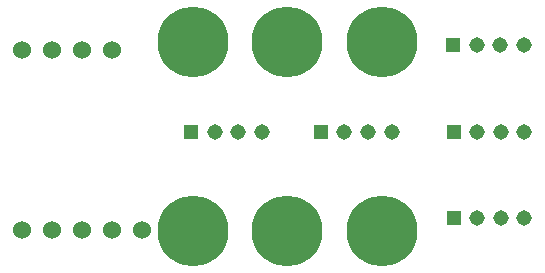
<source format=gbr>
G04*
G04 #@! TF.GenerationSoftware,Altium Limited,Altium Designer,23.0.1 (38)*
G04*
G04 Layer_Color=255*
%FSLAX25Y25*%
%MOIN*%
G70*
G04*
G04 #@! TF.SameCoordinates,CB264EA1-B4AC-40A8-8FC8-DEB541A081C8*
G04*
G04*
G04 #@! TF.FilePolarity,Positive*
G04*
G01*
G75*
%ADD18R,0.05150X0.05150*%
%ADD19C,0.05150*%
%ADD20C,0.06000*%
%ADD21C,0.23622*%
D18*
X407378Y84000D02*
D03*
X450626D02*
D03*
X494878Y55500D02*
D03*
Y84000D02*
D03*
X494689Y113000D02*
D03*
D19*
X415252Y84000D02*
D03*
X423126D02*
D03*
X431000D02*
D03*
X458500D02*
D03*
X466374D02*
D03*
X474248D02*
D03*
X518500Y55500D02*
D03*
X510626D02*
D03*
X502752D02*
D03*
X518500Y84000D02*
D03*
X510626D02*
D03*
X502752D02*
D03*
X518311Y113000D02*
D03*
X510437D02*
D03*
X502563D02*
D03*
D20*
X361000Y111343D02*
D03*
X371000D02*
D03*
X351000D02*
D03*
Y51500D02*
D03*
X391000D02*
D03*
X361000D02*
D03*
X381000D02*
D03*
X371000D02*
D03*
X381000Y111343D02*
D03*
D21*
X439366Y114059D02*
D03*
X470862D02*
D03*
X407870D02*
D03*
Y51067D02*
D03*
X439366D02*
D03*
X470862D02*
D03*
M02*

</source>
